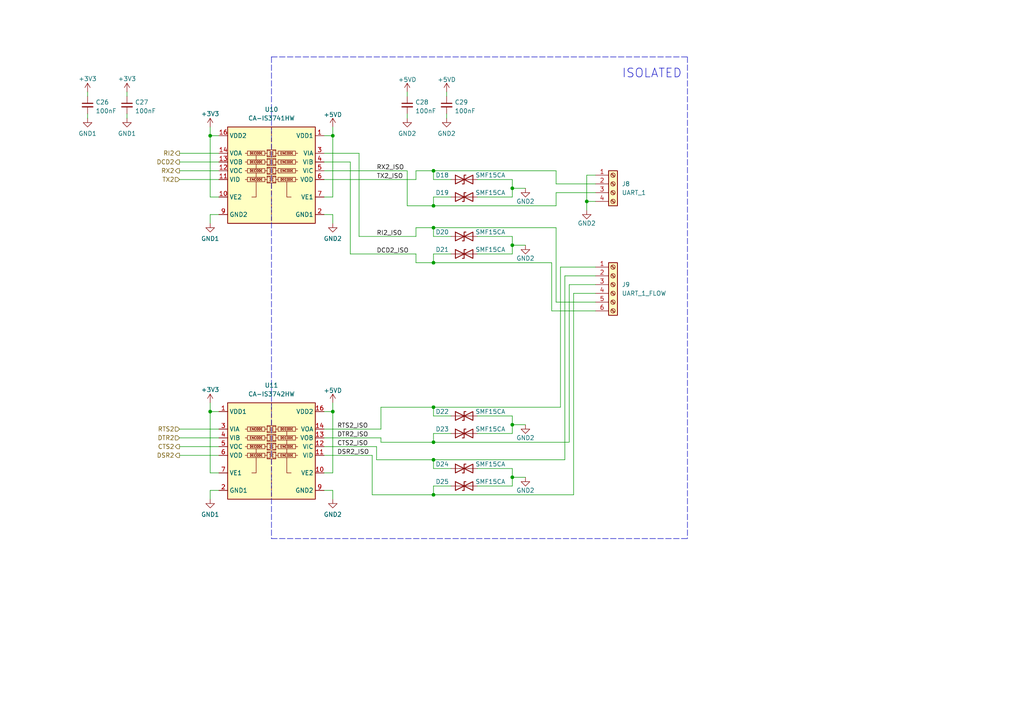
<source format=kicad_sch>
(kicad_sch (version 20211123) (generator eeschema)
  (paper "A4")
  (title_block (title "CH344 Isolated Serial Adapter") (date "2022-10-29") (rev "1") (company "Sleepy Pony Labs"))
  (lib_symbols
    (symbol "Connector:Screw_Terminal_01x04" (pin_names (offset 1.016) hide)
      (property "Reference" "J" (at 0 5.08 0))
      (property "Value" "Screw_Terminal_01x04" (at 0 -7.62 0))
      (symbol "Screw_Terminal_01x04_1_1"
        (rectangle (start -1.27 3.81) (end 1.27 -6.35) (stroke (width 0.254)) (fill (type background)))
        (circle (center 0 -5.08) (radius 0.635) (stroke (width 0.1524)))
        (circle (center 0 -2.54) (radius 0.635) (stroke (width 0.1524)))
        (polyline (pts (xy -0.5334 -4.7498) (xy 0.3302 -5.588)) (stroke (width 0.1524)))
        (polyline (pts (xy -0.5334 -2.2098) (xy 0.3302 -3.048)) (stroke (width 0.1524)))
        (polyline (pts (xy -0.5334 0.3302) (xy 0.3302 -0.508)) (stroke (width 0.1524)))
        (polyline (pts (xy -0.5334 2.8702) (xy 0.3302 2.032)) (stroke (width 0.1524)))
        (polyline (pts (xy -0.3556 -4.572) (xy 0.508 -5.4102)) (stroke (width 0.1524)))
        (polyline (pts (xy -0.3556 -2.032) (xy 0.508 -2.8702)) (stroke (width 0.1524)))
        (polyline (pts (xy -0.3556 0.508) (xy 0.508 -0.3302)) (stroke (width 0.1524)))
        (polyline (pts (xy -0.3556 3.048) (xy 0.508 2.2098)) (stroke (width 0.1524)))
        (circle (center 0 0) (radius 0.635) (stroke (width 0.1524)))
        (circle (center 0 2.54) (radius 0.635) (stroke (width 0.1524)))
        (pin passive line (at -5.08 2.54 0) (length 3.81) (name "Pin_1") (number "1"))
        (pin passive line (at -5.08 0 0) (length 3.81) (name "Pin_2") (number "2"))
        (pin passive line (at -5.08 -2.54 0) (length 3.81) (name "Pin_3") (number "3"))
        (pin passive line (at -5.08 -5.08 0) (length 3.81) (name "Pin_4") (number "4"))
      )
    )
    (symbol "Connector:Screw_Terminal_01x06" (pin_names (offset 1.016) hide)
      (property "Reference" "J" (at 0 7.62 0))
      (property "Value" "Screw_Terminal_01x06" (at 0 -10.16 0))
      (symbol "Screw_Terminal_01x06_1_1"
        (rectangle (start -1.27 6.35) (end 1.27 -8.89) (stroke (width 0.254)) (fill (type background)))
        (circle (center 0 -7.62) (radius 0.635) (stroke (width 0.1524)))
        (circle (center 0 -5.08) (radius 0.635) (stroke (width 0.1524)))
        (circle (center 0 -2.54) (radius 0.635) (stroke (width 0.1524)))
        (polyline (pts (xy -0.5334 -7.2898) (xy 0.3302 -8.128)) (stroke (width 0.1524)))
        (polyline (pts (xy -0.5334 -4.7498) (xy 0.3302 -5.588)) (stroke (width 0.1524)))
        (polyline (pts (xy -0.5334 -2.2098) (xy 0.3302 -3.048)) (stroke (width 0.1524)))
        (polyline (pts (xy -0.5334 0.3302) (xy 0.3302 -0.508)) (stroke (width 0.1524)))
        (polyline (pts (xy -0.5334 2.8702) (xy 0.3302 2.032)) (stroke (width 0.1524)))
        (polyline (pts (xy -0.5334 5.4102) (xy 0.3302 4.572)) (stroke (width 0.1524)))
        (polyline (pts (xy -0.3556 -7.112) (xy 0.508 -7.9502)) (stroke (width 0.1524)))
        (polyline (pts (xy -0.3556 -4.572) (xy 0.508 -5.4102)) (stroke (width 0.1524)))
        (polyline (pts (xy -0.3556 -2.032) (xy 0.508 -2.8702)) (stroke (width 0.1524)))
        (polyline (pts (xy -0.3556 0.508) (xy 0.508 -0.3302)) (stroke (width 0.1524)))
        (polyline (pts (xy -0.3556 3.048) (xy 0.508 2.2098)) (stroke (width 0.1524)))
        (polyline (pts (xy -0.3556 5.588) (xy 0.508 4.7498)) (stroke (width 0.1524)))
        (circle (center 0 0) (radius 0.635) (stroke (width 0.1524)))
        (circle (center 0 2.54) (radius 0.635) (stroke (width 0.1524)))
        (circle (center 0 5.08) (radius 0.635) (stroke (width 0.1524)))
        (pin passive line (at -5.08 5.08 0) (length 3.81) (name "Pin_1") (number "1"))
        (pin passive line (at -5.08 2.54 0) (length 3.81) (name "Pin_2") (number "2"))
        (pin passive line (at -5.08 0 0) (length 3.81) (name "Pin_3") (number "3"))
        (pin passive line (at -5.08 -2.54 0) (length 3.81) (name "Pin_4") (number "4"))
        (pin passive line (at -5.08 -5.08 0) (length 3.81) (name "Pin_5") (number "5"))
        (pin passive line (at -5.08 -7.62 0) (length 3.81) (name "Pin_6") (number "6"))
      )
    )
    (symbol "Device:C_Small" (pin_numbers hide) (pin_names (offset 0.254) hide)
      (property "Reference" "C" (at 0.254 1.778 0))
      (property "Value" "C_Small" (at 0.254 -2.032 0))
      (symbol "C_Small_0_1"
        (polyline (pts (xy -1.524 -0.508) (xy 1.524 -0.508)) (stroke (width 0.3302)))
        (polyline (pts (xy -1.524 0.508) (xy 1.524 0.508)) (stroke (width 0.3048)))
      )
      (symbol "C_Small_1_1"
        (pin passive line (at 0 2.54 270) (length 2.032) (name "~") (number "1"))
        (pin passive line (at 0 -2.54 90) (length 2.032) (name "~") (number "2"))
      )
    )
    (symbol "Device:D_TVS" (pin_numbers hide) (pin_names (offset 1.016) hide)
      (property "Reference" "D" (at 0 2.54 0))
      (property "Value" "D_TVS" (at 0 -2.54 0))
      (symbol "D_TVS_0_1"
        (polyline (pts (xy 1.27 0) (xy -1.27 0)))
        (polyline (pts (xy 0.508 1.27) (xy 0 1.27) (xy 0 -1.27) (xy -0.508 -1.27)) (stroke (width 0.254)))
        (polyline (pts (xy -2.54 1.27) (xy -2.54 -1.27) (xy 2.54 1.27) (xy 2.54 -1.27) (xy -2.54 1.27)) (stroke (width 0.254)))
      )
      (symbol "D_TVS_1_1"
        (pin passive line (at -3.81 0 0) (length 2.54) (name "A1") (number "1"))
        (pin passive line (at 3.81 0 180) (length 2.54) (name "A2") (number "2"))
      )
    )
    (symbol "Isolator:ADuM1401xRW"
      (property "Reference" "U" (at 0 19.05 0))
      (property "Value" "ADuM1401xRW" (at 0 16.51 0))
      (symbol "ADuM1401xRW_0_0"
        (rectangle (start -1.905 0.635) (end -6.985 -0.635))
        (rectangle (start -1.27 1.016) (end 1.27 -1.016))
        (rectangle (start -1.27 3.556) (end 1.27 1.524))
        (rectangle (start -1.27 6.096) (end 1.27 4.064))
        (rectangle (start -1.27 8.636) (end 1.27 6.604))
        (arc (start -0.508 -0.762) (mid -0.254 -0.508) (end -0.508 -0.254))
        (arc (start -0.508 -0.254) (mid -0.254 0) (end -0.508 0.254))
        (arc (start -0.508 0.254) (mid -0.254 0.508) (end -0.508 0.762))
        (arc (start -0.508 1.778) (mid -0.254 2.032) (end -0.508 2.286))
        (arc (start -0.508 2.286) (mid -0.254 2.54) (end -0.508 2.794))
        (arc (start -0.508 2.794) (mid -0.254 3.048) (end -0.508 3.302))
        (arc (start -0.508 4.318) (mid -0.254 4.572) (end -0.508 4.826))
        (arc (start -0.508 4.826) (mid -0.254 5.08) (end -0.508 5.334))
        (arc (start -0.508 5.334) (mid -0.254 5.588) (end -0.508 5.842))
        (arc (start -0.508 6.858) (mid -0.254 7.112) (end -0.508 7.366))
        (arc (start -0.508 7.366) (mid -0.254 7.62) (end -0.508 7.874))
        (arc (start -0.508 7.874) (mid -0.254 8.128) (end -0.508 8.382))
        (polyline (pts (xy -6.985 0) (xy -7.62 0)))
        (polyline (pts (xy -6.985 2.54) (xy -7.62 2.54)))
        (polyline (pts (xy -6.985 5.08) (xy -7.62 5.08)))
        (polyline (pts (xy -6.985 7.62) (xy -7.62 7.62)))
        (polyline (pts (xy -4.445 -1.27) (xy -4.445 -0.635)))
        (polyline (pts (xy -1.905 0) (xy -1.27 0)))
        (polyline (pts (xy -1.905 2.54) (xy -1.27 2.54)))
        (polyline (pts (xy -1.905 5.08) (xy -1.27 5.08)))
        (polyline (pts (xy -1.905 7.62) (xy -1.27 7.62)))
        (polyline (pts (xy -1.27 -0.762) (xy -0.508 -0.762)))
        (polyline (pts (xy -1.27 0.762) (xy -0.508 0.762)))
        (polyline (pts (xy -1.27 1.778) (xy -0.508 1.778)))
        (polyline (pts (xy -1.27 3.302) (xy -0.508 3.302)))
        (polyline (pts (xy -1.27 4.318) (xy -0.508 4.318)))
        (polyline (pts (xy -1.27 5.842) (xy -0.508 5.842)))
        (polyline (pts (xy -1.27 6.858) (xy -0.508 6.858)))
        (polyline (pts (xy -1.27 8.382) (xy -0.508 8.382)))
        (polyline (pts (xy 0 -10.795) (xy 0 -12.065)))
        (polyline (pts (xy 0 -8.89) (xy 0 -10.16)))
        (polyline (pts (xy 0 -6.985) (xy 0 -8.255)))
        (polyline (pts (xy 0 -5.08) (xy 0 -6.35)))
        (polyline (pts (xy 0 -3.175) (xy 0 -4.445)))
        (polyline (pts (xy 0 -1.27) (xy 0 -2.54)))
        (polyline (pts (xy 0 8.89) (xy 0 10.16)))
        (polyline (pts (xy 0 10.795) (xy 0 12.065)))
        (polyline (pts (xy 0 12.7) (xy 0 13.97)))
        (polyline (pts (xy 0 15.24) (xy 0 14.605)))
        (polyline (pts (xy 1.27 -0.762) (xy 0.508 -0.762)))
        (polyline (pts (xy 1.27 0.762) (xy 0.508 0.762)))
        (polyline (pts (xy 1.27 1.778) (xy 0.508 1.778)))
        (polyline (pts (xy 1.27 3.302) (xy 0.508 3.302)))
        (polyline (pts (xy 1.27 4.318) (xy 0.508 4.318)))
        (polyline (pts (xy 1.27 5.842) (xy 0.508 5.842)))
        (polyline (pts (xy 1.27 6.858) (xy 0.508 6.858)))
        (polyline (pts (xy 1.27 8.382) (xy 0.508 8.382)))
        (polyline (pts (xy 1.905 0) (xy 1.27 0)))
        (polyline (pts (xy 1.905 2.54) (xy 1.27 2.54)))
        (polyline (pts (xy 1.905 5.08) (xy 1.27 5.08)))
        (polyline (pts (xy 1.905 7.62) (xy 1.27 7.62)))
        (polyline (pts (xy 4.445 0.635) (xy 4.445 1.905)))
        (polyline (pts (xy 4.445 3.175) (xy 4.445 4.445)))
        (polyline (pts (xy 4.445 5.715) (xy 4.445 6.985)))
        (polyline (pts (xy 6.985 0) (xy 7.62 0)))
        (polyline (pts (xy 6.985 2.54) (xy 7.62 2.54)))
        (polyline (pts (xy 6.985 5.08) (xy 7.62 5.08)))
        (polyline (pts (xy 6.985 7.62) (xy 7.62 7.62)))
        (polyline (pts (xy -4.445 -1.27) (xy -4.445 -5.08) (xy -5.715 -5.08)))
        (polyline (pts (xy 5.715 -5.08) (xy 4.445 -5.08) (xy 4.445 -0.635)))
        (arc (start 0.508 -0.254) (mid 0.254 -0.508) (end 0.508 -0.762))
        (arc (start 0.508 0.254) (mid 0.254 0) (end 0.508 -0.254))
        (arc (start 0.508 0.762) (mid 0.254 0.508) (end 0.508 0.254))
        (arc (start 0.508 2.286) (mid 0.254 2.032) (end 0.508 1.778))
        (arc (start 0.508 2.794) (mid 0.254 2.54) (end 0.508 2.286))
        (arc (start 0.508 3.302) (mid 0.254 3.048) (end 0.508 2.794))
        (arc (start 0.508 4.826) (mid 0.254 4.572) (end 0.508 4.318))
        (arc (start 0.508 5.334) (mid 0.254 5.08) (end 0.508 4.826))
        (arc (start 0.508 5.842) (mid 0.254 5.588) (end 0.508 5.334))
        (arc (start 0.508 7.366) (mid 0.254 7.112) (end 0.508 6.858))
        (arc (start 0.508 7.874) (mid 0.254 7.62) (end 0.508 7.366))
        (arc (start 0.508 8.382) (mid 0.254 8.128) (end 0.508 7.874))
        (rectangle (start 1.905 0.635) (end 6.985 -0.635))
        (rectangle (start 1.905 3.175) (end 6.985 1.905))
        (rectangle (start 1.905 5.715) (end 6.985 4.445))
        (rectangle (start 1.905 8.255) (end 6.985 6.985))
        (text "DECODE" (at -4.445 0 0) (effects (font (size 0.635 0.635))))
        (text "DECODE" (at 4.445 2.54 0) (effects (font (size 0.635 0.635))))
        (text "DECODE" (at 4.445 5.08 0) (effects (font (size 0.635 0.635))))
        (text "DECODE" (at 4.445 7.62 0) (effects (font (size 0.635 0.635))))
        (text "ENCODE" (at -4.445 2.54 0) (effects (font (size 0.635 0.635))))
        (text "ENCODE" (at -4.445 5.08 0) (effects (font (size 0.635 0.635))))
        (text "ENCODE" (at -4.445 7.62 0) (effects (font (size 0.635 0.635))))
        (text "ENCODE" (at 4.445 0 0) (effects (font (size 0.635 0.635))))
      )
      (symbol "ADuM1401xRW_0_1"
        (rectangle (start -12.7 15.24) (end 12.7 -12.7) (stroke (width 0.254)) (fill (type background)))
        (rectangle (start -1.905 3.175) (end -6.985 1.905))
        (rectangle (start -1.905 5.715) (end -6.985 4.445))
        (rectangle (start -1.905 8.255) (end -6.985 6.985))
      )
      (symbol "ADuM1401xRW_1_1"
        (pin power_in line (at -15.24 12.7 0) (length 2.54) (name "VDD1") (number "1"))
        (pin input line (at 15.24 -5.08 180) (length 2.54) (name "VE2") (number "10"))
        (pin input line (at 15.24 0 180) (length 2.54) (name "VID") (number "11"))
        (pin output line (at 15.24 2.54 180) (length 2.54) (name "VOC") (number "12"))
        (pin output line (at 15.24 5.08 180) (length 2.54) (name "VOB") (number "13"))
        (pin output line (at 15.24 7.62 180) (length 2.54) (name "VOA") (number "14"))
        (pin passive line (at 15.24 -10.16 180) (length 2.54) hide (name "GND2") (number "15"))
        (pin power_in line (at 15.24 12.7 180) (length 2.54) (name "VDD2") (number "16"))
        (pin power_in line (at -15.24 -10.16 0) (length 2.54) (name "GND1") (number "2"))
        (pin input line (at -15.24 7.62 0) (length 2.54) (name "VIA") (number "3"))
        (pin input line (at -15.24 5.08 0) (length 2.54) (name "VIB") (number "4"))
        (pin input line (at -15.24 2.54 0) (length 2.54) (name "VIC") (number "5"))
        (pin output line (at -15.24 0 0) (length 2.54) (name "VOD") (number "6"))
        (pin input line (at -15.24 -5.08 0) (length 2.54) (name "VE1") (number "7"))
        (pin passive line (at -15.24 -10.16 0) (length 2.54) hide (name "GND1") (number "8"))
        (pin power_in line (at 15.24 -10.16 180) (length 2.54) (name "GND2") (number "9"))
      )
    )
    (symbol "Isolator:ADuM1402xRW"
      (property "Reference" "U" (at 0 19.05 0))
      (property "Value" "ADuM1402xRW" (at 0 16.51 0))
      (symbol "ADuM1402xRW_0_0"
        (rectangle (start -1.905 0.635) (end -6.985 -0.635))
        (rectangle (start -1.27 1.016) (end 1.27 -1.016))
        (rectangle (start -1.27 3.556) (end 1.27 1.524))
        (rectangle (start -1.27 6.096) (end 1.27 4.064))
        (rectangle (start -1.27 8.636) (end 1.27 6.604))
        (arc (start -0.508 -0.762) (mid -0.254 -0.508) (end -0.508 -0.254))
        (arc (start -0.508 -0.254) (mid -0.254 0) (end -0.508 0.254))
        (arc (start -0.508 0.254) (mid -0.254 0.508) (end -0.508 0.762))
        (arc (start -0.508 1.778) (mid -0.254 2.032) (end -0.508 2.286))
        (arc (start -0.508 2.286) (mid -0.254 2.54) (end -0.508 2.794))
        (arc (start -0.508 2.794) (mid -0.254 3.048) (end -0.508 3.302))
        (arc (start -0.508 4.318) (mid -0.254 4.572) (end -0.508 4.826))
        (arc (start -0.508 4.826) (mid -0.254 5.08) (end -0.508 5.334))
        (arc (start -0.508 5.334) (mid -0.254 5.588) (end -0.508 5.842))
        (arc (start -0.508 6.858) (mid -0.254 7.112) (end -0.508 7.366))
        (arc (start -0.508 7.366) (mid -0.254 7.62) (end -0.508 7.874))
        (arc (start -0.508 7.874) (mid -0.254 8.128) (end -0.508 8.382))
        (polyline (pts (xy -6.985 0) (xy -7.62 0)))
        (polyline (pts (xy -6.985 2.54) (xy -7.62 2.54)))
        (polyline (pts (xy -6.985 5.08) (xy -7.62 5.08)))
        (polyline (pts (xy -6.985 7.62) (xy -7.62 7.62)))
        (polyline (pts (xy -4.445 -1.27) (xy -4.445 -0.635)))
        (polyline (pts (xy -4.445 0.635) (xy -4.445 1.905)))
        (polyline (pts (xy -1.905 0) (xy -1.27 0)))
        (polyline (pts (xy -1.905 2.54) (xy -1.27 2.54)))
        (polyline (pts (xy -1.905 5.08) (xy -1.27 5.08)))
        (polyline (pts (xy -1.905 7.62) (xy -1.27 7.62)))
        (polyline (pts (xy -1.27 -0.762) (xy -0.508 -0.762)))
        (polyline (pts (xy -1.27 0.762) (xy -0.508 0.762)))
        (polyline (pts (xy -1.27 1.778) (xy -0.508 1.778)))
        (polyline (pts (xy -1.27 3.302) (xy -0.508 3.302)))
        (polyline (pts (xy -1.27 4.318) (xy -0.508 4.318)))
        (polyline (pts (xy -1.27 5.842) (xy -0.508 5.842)))
        (polyline (pts (xy -1.27 6.858) (xy -0.508 6.858)))
        (polyline (pts (xy -1.27 8.382) (xy -0.508 8.382)))
        (polyline (pts (xy 0 -10.795) (xy 0 -12.065)))
        (polyline (pts (xy 0 -8.89) (xy 0 -10.16)))
        (polyline (pts (xy 0 -6.985) (xy 0 -8.255)))
        (polyline (pts (xy 0 -5.08) (xy 0 -6.35)))
        (polyline (pts (xy 0 -3.175) (xy 0 -4.445)))
        (polyline (pts (xy 0 -1.27) (xy 0 -2.54)))
        (polyline (pts (xy 0 8.89) (xy 0 10.16)))
        (polyline (pts (xy 0 10.795) (xy 0 12.065)))
        (polyline (pts (xy 0 12.7) (xy 0 13.97)))
        (polyline (pts (xy 0 15.24) (xy 0 14.605)))
        (polyline (pts (xy 1.27 -0.762) (xy 0.508 -0.762)))
        (polyline (pts (xy 1.27 0.762) (xy 0.508 0.762)))
        (polyline (pts (xy 1.27 1.778) (xy 0.508 1.778)))
        (polyline (pts (xy 1.27 3.302) (xy 0.508 3.302)))
        (polyline (pts (xy 1.27 4.318) (xy 0.508 4.318)))
        (polyline (pts (xy 1.27 5.842) (xy 0.508 5.842)))
        (polyline (pts (xy 1.27 6.858) (xy 0.508 6.858)))
        (polyline (pts (xy 1.27 8.382) (xy 0.508 8.382)))
        (polyline (pts (xy 1.905 0) (xy 1.27 0)))
        (polyline (pts (xy 1.905 2.54) (xy 1.27 2.54)))
        (polyline (pts (xy 1.905 5.08) (xy 1.27 5.08)))
        (polyline (pts (xy 1.905 7.62) (xy 1.27 7.62)))
        (polyline (pts (xy 4.445 0.635) (xy 4.445 1.905)))
        (polyline (pts (xy 4.445 3.175) (xy 4.445 4.445)))
        (polyline (pts (xy 4.445 5.715) (xy 4.445 6.985)))
        (polyline (pts (xy 6.985 0) (xy 7.62 0)))
        (polyline (pts (xy 6.985 2.54) (xy 7.62 2.54)))
        (polyline (pts (xy 6.985 5.08) (xy 7.62 5.08)))
        (polyline (pts (xy 6.985 7.62) (xy 7.62 7.62)))
        (polyline (pts (xy -4.445 -1.27) (xy -4.445 -5.08) (xy -5.715 -5.08)))
        (polyline (pts (xy 5.715 -5.08) (xy 4.445 -5.08) (xy 4.445 -0.635)))
        (arc (start 0.508 -0.254) (mid 0.254 -0.508) (end 0.508 -0.762))
        (arc (start 0.508 0.254) (mid 0.254 0) (end 0.508 -0.254))
        (arc (start 0.508 0.762) (mid 0.254 0.508) (end 0.508 0.254))
        (arc (start 0.508 2.286) (mid 0.254 2.032) (end 0.508 1.778))
        (arc (start 0.508 2.794) (mid 0.254 2.54) (end 0.508 2.286))
        (arc (start 0.508 3.302) (mid 0.254 3.048) (end 0.508 2.794))
        (arc (start 0.508 4.826) (mid 0.254 4.572) (end 0.508 4.318))
        (arc (start 0.508 5.334) (mid 0.254 5.08) (end 0.508 4.826))
        (arc (start 0.508 5.842) (mid 0.254 5.588) (end 0.508 5.334))
        (arc (start 0.508 7.366) (mid 0.254 7.112) (end 0.508 6.858))
        (arc (start 0.508 7.874) (mid 0.254 7.62) (end 0.508 7.366))
        (arc (start 0.508 8.382) (mid 0.254 8.128) (end 0.508 7.874))
        (rectangle (start 1.905 0.635) (end 6.985 -0.635))
        (rectangle (start 1.905 3.175) (end 6.985 1.905))
        (rectangle (start 1.905 5.715) (end 6.985 4.445))
        (rectangle (start 1.905 8.255) (end 6.985 6.985))
        (text "DECODE" (at -4.445 0 0) (effects (font (size 0.635 0.635))))
        (text "DECODE" (at -4.445 2.54 0) (effects (font (size 0.635 0.635))))
        (text "DECODE" (at 4.445 5.08 0) (effects (font (size 0.635 0.635))))
        (text "DECODE" (at 4.445 7.62 0) (effects (font (size 0.635 0.635))))
        (text "ENCODE" (at -4.445 5.08 0) (effects (font (size 0.635 0.635))))
        (text "ENCODE" (at -4.445 7.62 0) (effects (font (size 0.635 0.635))))
        (text "ENCODE" (at 4.445 0 0) (effects (font (size 0.635 0.635))))
        (text "ENCODE" (at 4.445 2.54 0) (effects (font (size 0.635 0.635))))
      )
      (symbol "ADuM1402xRW_0_1"
        (rectangle (start -12.7 15.24) (end 12.7 -12.7) (stroke (width 0.254)) (fill (type background)))
        (rectangle (start -1.905 3.175) (end -6.985 1.905))
        (rectangle (start -1.905 5.715) (end -6.985 4.445))
        (rectangle (start -1.905 8.255) (end -6.985 6.985))
      )
      (symbol "ADuM1402xRW_1_1"
        (pin power_in line (at -15.24 12.7 0) (length 2.54) (name "VDD1") (number "1"))
        (pin input line (at 15.24 -5.08 180) (length 2.54) (name "VE2") (number "10"))
        (pin input line (at 15.24 0 180) (length 2.54) (name "VID") (number "11"))
        (pin input line (at 15.24 2.54 180) (length 2.54) (name "VIC") (number "12"))
        (pin output line (at 15.24 5.08 180) (length 2.54) (name "VOB") (number "13"))
        (pin output line (at 15.24 7.62 180) (length 2.54) (name "VOA") (number "14"))
        (pin passive line (at 15.24 -10.16 180) (length 2.54) hide (name "GND2") (number "15"))
        (pin power_in line (at 15.24 12.7 180) (length 2.54) (name "VDD2") (number "16"))
        (pin power_in line (at -15.24 -10.16 0) (length 2.54) (name "GND1") (number "2"))
        (pin input line (at -15.24 7.62 0) (length 2.54) (name "VIA") (number "3"))
        (pin input line (at -15.24 5.08 0) (length 2.54) (name "VIB") (number "4"))
        (pin output line (at -15.24 2.54 0) (length 2.54) (name "VOC") (number "5"))
        (pin output line (at -15.24 0 0) (length 2.54) (name "VOD") (number "6"))
        (pin input line (at -15.24 -5.08 0) (length 2.54) (name "VE1") (number "7"))
        (pin passive line (at -15.24 -10.16 0) (length 2.54) hide (name "GND1") (number "8"))
        (pin power_in line (at 15.24 -10.16 180) (length 2.54) (name "GND2") (number "9"))
      )
    )
    (symbol "power:+3V3" (power) (pin_names (offset 0))
      (property "Value" "+3V3" (at 0 3.556 0))
      (symbol "+3V3_0_1"
        (polyline (pts (xy -0.762 1.27) (xy 0 2.54)))
        (polyline (pts (xy 0 0) (xy 0 2.54)))
        (polyline (pts (xy 0 2.54) (xy 0.762 1.27)))
      )
      (symbol "+3V3_1_1"
        (pin power_in line (at 0 0 90) (length 0) hide (name "+3V3") (number "1"))
      )
    )
    (symbol "power:+5VD" (power) (pin_names (offset 0))
      (property "Value" "+5VD" (at 0 3.556 0))
      (symbol "+5VD_0_1"
        (polyline (pts (xy -0.762 1.27) (xy 0 2.54)))
        (polyline (pts (xy 0 0) (xy 0 2.54)))
        (polyline (pts (xy 0 2.54) (xy 0.762 1.27)))
      )
      (symbol "+5VD_1_1"
        (pin power_in line (at 0 0 90) (length 0) hide (name "+5VD") (number "1"))
      )
    )
    (symbol "power:GND1" (power) (pin_names (offset 0))
      (property "Value" "GND1" (at 0 -3.81 0))
      (symbol "GND1_0_1"
        (polyline (pts (xy 0 0) (xy 0 -1.27) (xy 1.27 -1.27) (xy 0 -2.54) (xy -1.27 -1.27) (xy 0 -1.27)))
      )
      (symbol "GND1_1_1"
        (pin power_in line (at 0 0 270) (length 0) hide (name "GND1") (number "1"))
      )
    )
    (symbol "power:GND2" (power) (pin_names (offset 0))
      (property "Value" "GND2" (at 0 -3.81 0))
      (symbol "GND2_0_1"
        (polyline (pts (xy 0 0) (xy 0 -1.27) (xy 1.27 -1.27) (xy 0 -2.54) (xy -1.27 -1.27) (xy 0 -1.27)))
      )
      (symbol "GND2_1_1"
        (pin power_in line (at 0 0 270) (length 0) hide (name "GND2") (number "1"))
      )
    )
  )
  (junction (at 148.59 138.43))
  (junction (at 96.52 39.37))
  (junction (at 125.73 66.04))
  (junction (at 170.18 58.42))
  (junction (at 60.96 39.37))
  (junction (at 125.73 49.53))
  (junction (at 125.73 76.2))
  (junction (at 125.73 118.11))
  (junction (at 125.73 59.69))
  (junction (at 96.52 119.38))
  (junction (at 125.73 128.27))
  (junction (at 60.96 119.38))
  (junction (at 148.59 54.61))
  (junction (at 148.59 123.19))
  (junction (at 148.59 71.12))
  (junction (at 125.73 133.35))
  (junction (at 125.73 143.51))
  (wire (pts (xy 148.59 123.19) (xy 152.4 123.19)))
  (wire (pts (xy 120.65 68.58) (xy 120.65 66.04)))
  (wire (pts (xy 138.43 135.89) (xy 148.59 135.89)))
  (wire (pts (xy 93.98 39.37) (xy 96.52 39.37)))
  (wire (pts (xy 96.52 36.83) (xy 96.52 39.37)))
  (wire (pts (xy 93.98 46.99) (xy 101.6 46.99)))
  (wire (pts (xy 125.73 52.07) (xy 125.73 49.53)))
  (wire (pts (xy 125.73 118.11) (xy 162.56 118.11)))
  (wire (pts (xy 148.59 138.43) (xy 148.59 140.97)))
  (wire (pts (xy 130.81 57.15) (xy 125.73 57.15)))
  (wire (pts (xy 52.07 46.99) (xy 63.5 46.99)))
  (wire (pts (xy 93.98 127) (xy 110.49 127)))
  (wire (pts (xy 110.49 124.46) (xy 110.49 118.11)))
  (wire (pts (xy 161.29 87.63) (xy 172.72 87.63)))
  (wire (pts (xy 160.02 90.17) (xy 172.72 90.17)))
  (wire (pts (xy 118.11 33.02) (xy 118.11 34.29)))
  (wire (pts (xy 60.96 137.16) (xy 60.96 119.38)))
  (wire (pts (xy 93.98 124.46) (xy 110.49 124.46)))
  (wire (pts (xy 125.73 66.04) (xy 161.29 66.04)))
  (wire (pts (xy 130.81 125.73) (xy 125.73 125.73)))
  (wire (pts (xy 125.73 59.69) (xy 161.29 59.69)))
  (wire (pts (xy 125.73 49.53) (xy 161.29 49.53)))
  (wire (pts (xy 172.72 50.8) (xy 170.18 50.8)))
  (wire (pts (xy 96.52 142.24) (xy 96.52 144.78)))
  (wire (pts (xy 170.18 50.8) (xy 170.18 58.42)))
  (wire (pts (xy 120.65 66.04) (xy 125.73 66.04)))
  (wire (pts (xy 125.73 76.2) (xy 160.02 76.2)))
  (wire (pts (xy 60.96 142.24) (xy 60.96 144.78)))
  (wire (pts (xy 163.83 80.01) (xy 172.72 80.01)))
  (wire (pts (xy 96.52 137.16) (xy 96.52 119.38)))
  (wire (pts (xy 60.96 62.23) (xy 60.96 64.77)))
  (wire (pts (xy 125.73 57.15) (xy 125.73 59.69)))
  (wire (pts (xy 130.81 73.66) (xy 125.73 73.66)))
  (wire (pts (xy 148.59 135.89) (xy 148.59 138.43)))
  (wire (pts (xy 129.54 33.02) (xy 129.54 34.29)))
  (wire (pts (xy 120.65 76.2) (xy 125.73 76.2)))
  (wire (pts (xy 148.59 71.12) (xy 148.59 73.66)))
  (wire (pts (xy 125.73 135.89) (xy 125.73 133.35)))
  (wire (pts (xy 63.5 137.16) (xy 60.96 137.16)))
  (wire (pts (xy 148.59 120.65) (xy 148.59 123.19)))
  (wire (pts (xy 110.49 127) (xy 110.49 128.27)))
  (wire (pts (xy 93.98 44.45) (xy 104.14 44.45)))
  (wire (pts (xy 25.4 33.02) (xy 25.4 34.29)))
  (wire (pts (xy 163.83 133.35) (xy 163.83 80.01)))
  (wire (pts (xy 96.52 57.15) (xy 96.52 39.37)))
  (wire (pts (xy 138.43 52.07) (xy 148.59 52.07)))
  (wire (pts (xy 148.59 52.07) (xy 148.59 54.61)))
  (wire (pts (xy 125.73 73.66) (xy 125.73 76.2)))
  (wire (pts (xy 93.98 57.15) (xy 96.52 57.15)))
  (wire (pts (xy 60.96 36.83) (xy 60.96 39.37)))
  (wire (pts (xy 107.95 132.08) (xy 107.95 143.51)))
  (wire (pts (xy 130.81 135.89) (xy 125.73 135.89)))
  (wire (pts (xy 52.07 49.53) (xy 63.5 49.53)))
  (wire (pts (xy 148.59 138.43) (xy 152.4 138.43)))
  (wire (pts (xy 138.43 68.58) (xy 148.59 68.58)))
  (wire (pts (xy 60.96 39.37) (xy 63.5 39.37)))
  (wire (pts (xy 148.59 73.66) (xy 138.43 73.66)))
  (wire (pts (xy 125.73 120.65) (xy 125.73 118.11)))
  (wire (pts (xy 161.29 66.04) (xy 161.29 87.63)))
  (wire (pts (xy 104.14 68.58) (xy 120.65 68.58)))
  (wire (pts (xy 96.52 62.23) (xy 96.52 64.77)))
  (wire (pts (xy 110.49 118.11) (xy 125.73 118.11)))
  (wire (pts (xy 162.56 77.47) (xy 172.72 77.47)))
  (wire (pts (xy 96.52 116.84) (xy 96.52 119.38)))
  (wire (pts (xy 93.98 49.53) (xy 118.11 49.53)))
  (wire (pts (xy 166.37 143.51) (xy 166.37 85.09)))
  (wire (pts (xy 52.07 52.07) (xy 63.5 52.07)))
  (wire (pts (xy 107.95 143.51) (xy 125.73 143.51)))
  (wire (pts (xy 129.54 26.67) (xy 129.54 27.94)))
  (wire (pts (xy 109.22 129.54) (xy 109.22 133.35)))
  (wire (pts (xy 63.5 142.24) (xy 60.96 142.24)))
  (wire (pts (xy 172.72 58.42) (xy 170.18 58.42)))
  (wire (pts (xy 130.81 68.58) (xy 125.73 68.58)))
  (wire (pts (xy 148.59 125.73) (xy 138.43 125.73)))
  (polyline (pts (xy 78.74 156.21) (xy 199.39 156.21)))
  (wire (pts (xy 148.59 68.58) (xy 148.59 71.12)))
  (wire (pts (xy 25.4 26.67) (xy 25.4 27.94)))
  (polyline (pts (xy 78.74 16.51) (xy 199.39 16.51)))
  (wire (pts (xy 93.98 129.54) (xy 109.22 129.54)))
  (wire (pts (xy 36.83 26.67) (xy 36.83 27.94)))
  (wire (pts (xy 52.07 127) (xy 63.5 127)))
  (wire (pts (xy 101.6 73.66) (xy 120.65 73.66)))
  (wire (pts (xy 160.02 76.2) (xy 160.02 90.17)))
  (wire (pts (xy 93.98 52.07) (xy 120.65 52.07)))
  (wire (pts (xy 93.98 137.16) (xy 96.52 137.16)))
  (wire (pts (xy 118.11 26.67) (xy 118.11 27.94)))
  (wire (pts (xy 148.59 57.15) (xy 138.43 57.15)))
  (wire (pts (xy 120.65 49.53) (xy 125.73 49.53)))
  (wire (pts (xy 52.07 129.54) (xy 63.5 129.54)))
  (wire (pts (xy 52.07 44.45) (xy 63.5 44.45)))
  (wire (pts (xy 161.29 49.53) (xy 161.29 53.34)))
  (wire (pts (xy 63.5 62.23) (xy 60.96 62.23)))
  (wire (pts (xy 60.96 116.84) (xy 60.96 119.38)))
  (wire (pts (xy 161.29 59.69) (xy 161.29 55.88)))
  (wire (pts (xy 60.96 119.38) (xy 63.5 119.38)))
  (wire (pts (xy 138.43 120.65) (xy 148.59 120.65)))
  (wire (pts (xy 130.81 52.07) (xy 125.73 52.07)))
  (wire (pts (xy 109.22 133.35) (xy 125.73 133.35)))
  (wire (pts (xy 161.29 55.88) (xy 172.72 55.88)))
  (wire (pts (xy 120.65 73.66) (xy 120.65 76.2)))
  (wire (pts (xy 130.81 120.65) (xy 125.73 120.65)))
  (wire (pts (xy 125.73 125.73) (xy 125.73 128.27)))
  (polyline (pts (xy 78.74 16.51) (xy 78.74 156.21)))
  (wire (pts (xy 148.59 140.97) (xy 138.43 140.97)))
  (wire (pts (xy 125.73 128.27) (xy 165.1 128.27)))
  (polyline (pts (xy 199.39 16.51) (xy 199.39 156.21)))
  (wire (pts (xy 148.59 54.61) (xy 148.59 57.15)))
  (wire (pts (xy 104.14 44.45) (xy 104.14 68.58)))
  (wire (pts (xy 60.96 57.15) (xy 60.96 39.37)))
  (wire (pts (xy 165.1 128.27) (xy 165.1 82.55)))
  (wire (pts (xy 52.07 124.46) (xy 63.5 124.46)))
  (wire (pts (xy 110.49 128.27) (xy 125.73 128.27)))
  (wire (pts (xy 93.98 132.08) (xy 107.95 132.08)))
  (wire (pts (xy 125.73 133.35) (xy 163.83 133.35)))
  (wire (pts (xy 148.59 123.19) (xy 148.59 125.73)))
  (wire (pts (xy 162.56 118.11) (xy 162.56 77.47)))
  (wire (pts (xy 130.81 140.97) (xy 125.73 140.97)))
  (wire (pts (xy 125.73 143.51) (xy 166.37 143.51)))
  (wire (pts (xy 125.73 68.58) (xy 125.73 66.04)))
  (wire (pts (xy 118.11 59.69) (xy 125.73 59.69)))
  (wire (pts (xy 120.65 52.07) (xy 120.65 49.53)))
  (wire (pts (xy 93.98 119.38) (xy 96.52 119.38)))
  (wire (pts (xy 36.83 33.02) (xy 36.83 34.29)))
  (wire (pts (xy 125.73 140.97) (xy 125.73 143.51)))
  (wire (pts (xy 52.07 132.08) (xy 63.5 132.08)))
  (wire (pts (xy 165.1 82.55) (xy 172.72 82.55)))
  (wire (pts (xy 93.98 142.24) (xy 96.52 142.24)))
  (wire (pts (xy 161.29 53.34) (xy 172.72 53.34)))
  (wire (pts (xy 93.98 62.23) (xy 96.52 62.23)))
  (wire (pts (xy 170.18 58.42) (xy 170.18 60.96)))
  (wire (pts (xy 148.59 71.12) (xy 152.4 71.12)))
  (wire (pts (xy 101.6 46.99) (xy 101.6 73.66)))
  (wire (pts (xy 118.11 49.53) (xy 118.11 59.69)))
  (wire (pts (xy 63.5 57.15) (xy 60.96 57.15)))
  (wire (pts (xy 148.59 54.61) (xy 152.4 54.61)))
  (wire (pts (xy 166.37 85.09) (xy 172.72 85.09)))
  (text "ISOLATED" (at 180.34 22.86 0) (effects (font (size 2.54 2.54)) (justify left bottom)))
  (label "CTS2_ISO" (at 97.79 129.54 0))
  (label "RX2_ISO" (at 109.22 49.53 0))
  (label "RTS2_ISO" (at 97.79 124.46 0))
  (label "TX2_ISO" (at 109.22 52.07 0))
  (label "RI2_ISO" (at 109.22 68.58 0))
  (label "DSR2_ISO" (at 97.79 132.08 0))
  (label "DTR2_ISO" (at 97.79 127 0))
  (label "DCD2_ISO" (at 109.22 73.66 0))
  (hierarchical_label "RTS2" (shape input) (at 52.07 124.46 180))
  (hierarchical_label "DSR2" (shape output) (at 52.07 132.08 180))
  (hierarchical_label "CTS2" (shape output) (at 52.07 129.54 180))
  (hierarchical_label "RX2" (shape output) (at 52.07 49.53 180))
  (hierarchical_label "DTR2" (shape input) (at 52.07 127 180))
  (hierarchical_label "TX2" (shape input) (at 52.07 52.07 180))
  (hierarchical_label "RI2" (shape output) (at 52.07 44.45 180))
  (hierarchical_label "DCD2" (shape output) (at 52.07 46.99 180))
  (symbol (lib_id "Device:D_TVS") (at 134.62 120.65 0) (unit 1)
    (property "Reference" "D22" (at 128.27 119.38 0))
    (property "Value" "SMF15CA" (at 142.24 119.38 0))
    (property "Footprint" "Diode_SMD:D_SOD-123F" (effects hide))
  )
  (symbol (lib_id "power:+3V3") (at 25.4 26.67 0) (unit 1)
    (property "Reference" "#PWR096" (effects hide))
    (property "Value" "+3V3" (at 25.4 22.86 0))
  )
  (symbol (lib_id "Device:C_Small") (at 118.11 30.48 0) (unit 1)
    (property "Reference" "C28" (at 120.4341 29.6516 0) (effects (justify left)))
    (property "Value" "100nF" (at 120.4341 32.1885 0) (effects (justify left)))
    (property "Footprint" "Capacitor_SMD:C_0603_1608Metric" (effects hide))
  )
  (symbol (lib_id "power:GND2") (at 152.4 123.19 0) (unit 1)
    (property "Reference" "#PWR0113" (effects hide))
    (property "Value" "GND2" (at 152.4 127 0))
  )
  (symbol (lib_id "Device:D_TVS") (at 134.62 52.07 0) (unit 1)
    (property "Reference" "D18" (at 128.27 50.8 0))
    (property "Value" "SMF15CA" (at 142.24 50.8 0))
    (property "Footprint" "Diode_SMD:D_SOD-123F" (effects hide))
  )
  (symbol (lib_id "power:GND2") (at 118.11 34.29 0) (unit 1)
    (property "Reference" "#PWR0102" (effects hide))
    (property "Value" "GND2" (at 118.11 38.7334 0))
  )
  (symbol (lib_id "power:GND2") (at 152.4 54.61 0) (unit 1)
    (property "Reference" "#PWR0106" (effects hide))
    (property "Value" "GND2" (at 152.4 58.42 0))
  )
  (symbol (lib_id "power:GND2") (at 152.4 71.12 0) (unit 1)
    (property "Reference" "#PWR0110" (effects hide))
    (property "Value" "GND2" (at 152.4 74.93 0))
  )
  (symbol (lib_id "Device:C_Small") (at 129.54 30.48 0) (unit 1)
    (property "Reference" "C29" (at 131.8641 29.6516 0) (effects (justify left)))
    (property "Value" "100nF" (at 131.8641 32.1885 0) (effects (justify left)))
    (property "Footprint" "Capacitor_SMD:C_0603_1608Metric" (effects hide))
  )
  (symbol (lib_id "power:GND2") (at 152.4 138.43 0) (unit 1)
    (property "Reference" "#PWR0114" (effects hide))
    (property "Value" "GND2" (at 152.4 142.24 0))
  )
  (symbol (lib_id "Connector:Screw_Terminal_01x06") (at 177.8 82.55 0) (unit 1)
    (property "Reference" "J9" (at 180.34 82.5499 0) (effects (justify left)))
    (property "Value" "UART_1_FLOW" (at 180.34 85.0899 0) (effects (justify left)))
    (property "Footprint" "Connector_PinHeader_2.54mm:PinHeader_2x03_P2.54mm_Horizontal" (effects hide))
  )
  (symbol (lib_id "Isolator:ADuM1401xRW") (at 78.74 52.07 0) (mirror y) (unit 1)
    (property "Reference" "U10" (at 78.74 31.75 0))
    (property "Value" "CA-IS3741HW" (at 78.74 34.29 0))
    (property "Footprint" "Package_SO:SOIC-16W_7.5x10.3mm_P1.27mm" (effects hide))
    (property "Datasheet" "https://www.analog.com/media/en/technical-documentation/data-sheets/ADUM1400_1401_1402.pdf" (effects hide))
  )
  (symbol (lib_id "power:+5VD") (at 129.54 26.67 0) (unit 1)
    (property "Reference" "#PWR099" (effects hide))
    (property "Value" "+5VD" (at 129.54 23.0942 0))
  )
  (symbol (lib_id "power:GND1") (at 60.96 64.77 0) (unit 1)
    (property "Reference" "#PWR0108" (effects hide))
    (property "Value" "GND1" (at 60.96 69.2134 0))
  )
  (symbol (lib_id "power:+5VD") (at 118.11 26.67 0) (unit 1)
    (property "Reference" "#PWR098" (effects hide))
    (property "Value" "+5VD" (at 118.11 23.0942 0))
  )
  (symbol (lib_id "Device:D_TVS") (at 134.62 125.73 0) (unit 1)
    (property "Reference" "D23" (at 128.27 124.46 0))
    (property "Value" "SMF15CA" (at 142.24 124.46 0))
    (property "Footprint" "Diode_SMD:D_SOD-123F" (effects hide))
  )
  (symbol (lib_id "power:+5VD") (at 96.52 36.83 0) (unit 1)
    (property "Reference" "#PWR0105" (effects hide))
    (property "Value" "+5VD" (at 96.52 33.2542 0))
  )
  (symbol (lib_id "power:GND1") (at 36.83 34.29 0) (unit 1)
    (property "Reference" "#PWR0101" (effects hide))
    (property "Value" "GND1" (at 36.83 38.7334 0))
  )
  (symbol (lib_id "Isolator:ADuM1402xRW") (at 78.74 132.08 0) (unit 1)
    (property "Reference" "U11" (at 78.74 111.76 0))
    (property "Value" "CA-IS3742HW" (at 78.74 114.3 0))
    (property "Footprint" "Package_SO:SOIC-16W_7.5x10.3mm_P1.27mm" (effects hide))
    (property "Datasheet" "https://www.analog.com/media/en/technical-documentation/data-sheets/ADUM1400_1401_1402.pdf" (effects hide))
  )
  (symbol (lib_id "Device:D_TVS") (at 134.62 140.97 0) (unit 1)
    (property "Reference" "D25" (at 128.27 139.7 0))
    (property "Value" "SMF15CA" (at 142.24 139.7 0))
    (property "Footprint" "Diode_SMD:D_SOD-123F" (effects hide))
  )
  (symbol (lib_id "Device:D_TVS") (at 134.62 68.58 0) (unit 1)
    (property "Reference" "D20" (at 128.27 67.31 0))
    (property "Value" "SMF15CA" (at 142.24 67.31 0))
    (property "Footprint" "Diode_SMD:D_SOD-123F" (effects hide))
  )
  (symbol (lib_id "power:GND2") (at 96.52 144.78 0) (unit 1)
    (property "Reference" "#PWR0116" (effects hide))
    (property "Value" "GND2" (at 96.52 149.2234 0))
  )
  (symbol (lib_id "Device:D_TVS") (at 134.62 135.89 0) (unit 1)
    (property "Reference" "D24" (at 128.27 134.62 0))
    (property "Value" "SMF15CA" (at 142.24 134.62 0))
    (property "Footprint" "Diode_SMD:D_SOD-123F" (effects hide))
  )
  (symbol (lib_id "power:+3V3") (at 60.96 36.83 0) (unit 1)
    (property "Reference" "#PWR0104" (effects hide))
    (property "Value" "+3V3" (at 60.96 33.02 0))
  )
  (symbol (lib_id "Device:D_TVS") (at 134.62 57.15 0) (unit 1)
    (property "Reference" "D19" (at 128.27 55.88 0))
    (property "Value" "SMF15CA" (at 142.24 55.88 0))
    (property "Footprint" "Diode_SMD:D_SOD-123F" (effects hide))
  )
  (symbol (lib_id "Device:C_Small") (at 25.4 30.48 0) (unit 1)
    (property "Reference" "C26" (at 27.7241 29.6516 0) (effects (justify left)))
    (property "Value" "100nF" (at 27.7241 32.1885 0) (effects (justify left)))
    (property "Footprint" "Capacitor_SMD:C_0603_1608Metric" (effects hide))
  )
  (symbol (lib_id "power:+3V3") (at 60.96 116.84 0) (unit 1)
    (property "Reference" "#PWR0111" (effects hide))
    (property "Value" "+3V3" (at 60.96 113.03 0))
  )
  (symbol (lib_id "power:GND2") (at 96.52 64.77 0) (unit 1)
    (property "Reference" "#PWR0109" (effects hide))
    (property "Value" "GND2" (at 96.52 69.2134 0))
  )
  (symbol (lib_id "Connector:Screw_Terminal_01x04") (at 177.8 53.34 0) (unit 1)
    (property "Reference" "J8" (at 180.34 53.3399 0) (effects (justify left)))
    (property "Value" "UART_1" (at 180.34 55.8799 0) (effects (justify left)))
    (property "Footprint" "isolated_serial_adapter:TerminalBlock_Degson_1x04_P3.50mm_Horizontal" (effects hide))
  )
  (symbol (lib_id "power:+5VD") (at 96.52 116.84 0) (unit 1)
    (property "Reference" "#PWR0112" (effects hide))
    (property "Value" "+5VD" (at 96.52 113.2642 0))
  )
  (symbol (lib_id "power:GND2") (at 129.54 34.29 0) (unit 1)
    (property "Reference" "#PWR0103" (effects hide))
    (property "Value" "GND2" (at 129.54 38.7334 0))
  )
  (symbol (lib_id "Device:C_Small") (at 36.83 30.48 0) (unit 1)
    (property "Reference" "C27" (at 39.1541 29.6516 0) (effects (justify left)))
    (property "Value" "100nF" (at 39.1541 32.1885 0) (effects (justify left)))
    (property "Footprint" "Capacitor_SMD:C_0603_1608Metric" (effects hide))
  )
  (symbol (lib_id "power:GND2") (at 170.18 60.96 0) (unit 1)
    (property "Reference" "#PWR0107" (effects hide))
    (property "Value" "GND2" (at 170.18 64.77 0))
  )
  (symbol (lib_id "power:+3V3") (at 36.83 26.67 0) (unit 1)
    (property "Reference" "#PWR097" (effects hide))
    (property "Value" "+3V3" (at 36.83 22.86 0))
  )
  (symbol (lib_id "power:GND1") (at 60.96 144.78 0) (unit 1)
    (property "Reference" "#PWR0115" (effects hide))
    (property "Value" "GND1" (at 60.96 149.2234 0))
  )
  (symbol (lib_id "power:GND1") (at 25.4 34.29 0) (unit 1)
    (property "Reference" "#PWR0100" (effects hide))
    (property "Value" "GND1" (at 25.4 38.7334 0))
  )
  (symbol (lib_id "Device:D_TVS") (at 134.62 73.66 0) (unit 1)
    (property "Reference" "D21" (at 128.27 72.39 0))
    (property "Value" "SMF15CA" (at 142.24 72.39 0))
    (property "Footprint" "Diode_SMD:D_SOD-123F" (effects hide))
  )
)
</source>
